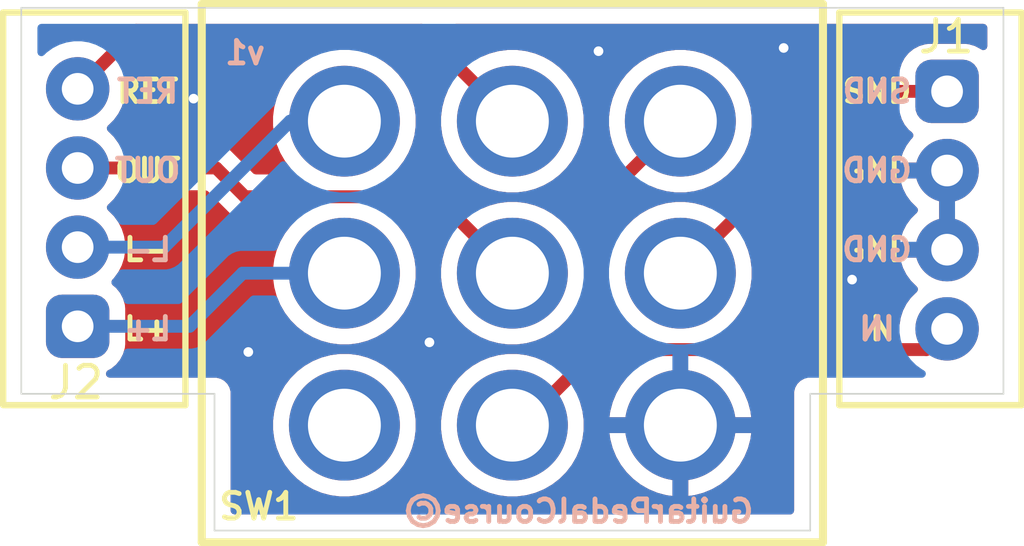
<source format=kicad_pcb>
(kicad_pcb (version 20241229) (generator "pcbnew") (generator_version "9.0")
  (layers (0 "F.Cu" signal) (2 "B.Cu" signal) (13 "F.Paste" user) (15 "B.Paste" user) (5 "F.SilkS" user "F.Silkscreen") (7 "B.SilkS" user "B.Silkscreen") (1 "F.Mask" user) (3 "B.Mask" user) (25 "Edge.Cuts" user))
  (net 0 "")
  (net 1 "GND")
  (net 3 "/OUT")
  (net 4 "/SEND")
  (net 5 "/RETURN")
  (net 6 "/LED-")
  (net 7 "/IN")
  (net 8 "/LED+")
  (footprint "Wampler:CONNECTOR_4" (layer "F.Cu") (at 11.684 -27.432 90)
    (property "Reference" "J2" (at -5.4864 -0.0508 180) (layer "F.SilkS"))
    (property "Value" "~")
    (fp_line (start -6.2 -2.35) (end 6.2 -2.35) (stroke (width 0.2)) (layer "F.SilkS"))
    (fp_line (start 6.2 3.4) (end 6.2 -2.35) (stroke (width 0.2)) (layer "F.SilkS"))
    (fp_line (start -6.2 3.4) (end -6.2 -2.3) (stroke (width 0.2)) (layer "F.SilkS"))
    (fp_line (start -6.2 3.4) (end 6.2 3.4) (stroke (width 0.2)) (layer "F.SilkS"))
    (pad "1" thru_hole roundrect (at -3.71 0 90) (size 2 2) (drill 1) (layers "*.Cu" "*.Mask") (net 8 "/LED+"))
    (pad "2" thru_hole circle (at -1.21 0 90) (size 2 2) (drill 1) (layers "*.Cu" "*.Mask") (net 6 "/LED-"))
    (pad "3" thru_hole circle (at 1.29 0 90) (size 2 2) (drill 1) (layers "*.Cu" "*.Mask") (net 3 "/OUT"))
    (pad "4" thru_hole circle (at 3.79 0 90) (size 2 2) (drill 1) (layers "*.Cu" "*.Mask") (net 5 "/RETURN"))
  )
  (footprint "Wampler:CONNECTOR_4" (layer "F.Cu") (at 39.116 -27.432 -90)
    (property "Reference" "J1" (at -5.4356 0.0254 0) (layer "F.SilkS"))
    (property "Value" "~")
    (fp_line (start -6.2 3.4) (end 6.2 3.4) (stroke (width 0.2)) (layer "F.SilkS"))
    (fp_line (start -6.2 3.4) (end -6.2 -2.3) (stroke (width 0.2)) (layer "F.SilkS"))
    (fp_line (start 6.2 3.4) (end 6.2 -2.35) (stroke (width 0.2)) (layer "F.SilkS"))
    (fp_line (start -6.2 -2.35) (end 6.2 -2.35) (stroke (width 0.2)) (layer "F.SilkS"))
    (pad "1" thru_hole roundrect (at -3.71 0 270) (size 2 2) (drill 1) (layers "*.Cu" "*.Mask") (net 4 "/SEND"))
    (pad "2" thru_hole circle (at -1.21 0 270) (size 2 2) (drill 1) (layers "*.Cu" "*.Mask") (net 1 "GND"))
    (pad "3" thru_hole circle (at 1.29 0 270) (size 2 2) (drill 1) (layers "*.Cu" "*.Mask") (net 1 "GND"))
    (pad "4" thru_hole circle (at 3.79 0 270) (size 2 2) (drill 1) (layers "*.Cu" "*.Mask") (net 7 "/IN"))
  )
  (footprint "Wampler:SW_FOOT_3PDT" (layer "F.Cu") (at 25.4 -25.4)
    (property "Reference" "SW1" (at -8.001 7.366 0) (layer "F.SilkS") (effects (font (size 0.8128 0.8128) (thickness 0.1524))))
    (property "Value" "3PDT" (hide yes))
    (fp_line (start -9.8 -8.5) (end 9.8 -8.5) (stroke (width 0.254)) (layer "F.SilkS"))
    (fp_line (start -9.8 8.5) (end -9.8 -8.5) (stroke (width 0.254)) (layer "F.SilkS"))
    (fp_line (start -9.8 8.5) (end 9.8 8.5) (stroke (width 0.254)) (layer "F.SilkS"))
    (fp_line (start 9.8 8.5) (end 9.8 -8.5) (stroke (width 0.254)) (layer "F.SilkS"))
    (pad "1" thru_hole circle (at -5.3 4.8) (size 3.5 3.5) (drill 2.3) (layers "*.Cu" "*.Mask"))
    (pad "2" thru_hole circle (at -5.3 0) (size 3.5 3.5) (drill 2.3) (layers "*.Cu" "*.Mask") (net 8 "/LED+"))
    (pad "3" thru_hole circle (at -5.3 -4.8) (size 3.5 3.5) (drill 2.3) (layers "*.Cu" "*.Mask") (net 6 "/LED-"))
    (pad "4" thru_hole circle (at 0 4.8) (size 3.5 3.5) (drill 2.3) (layers "*.Cu" "*.Mask") (net 7 "/IN"))
    (pad "5" thru_hole circle (at 0 0) (size 3.5 3.5) (drill 2.3) (layers "*.Cu" "*.Mask") (net 3 "/OUT"))
    (pad "6" thru_hole circle (at 0 -4.8) (size 3.5 3.5) (drill 2.3) (layers "*.Cu" "*.Mask") (net 5 "/RETURN"))
    (pad "7" thru_hole circle (at 5.3 4.8) (size 3.5 3.5) (drill 2.3) (layers "*.Cu" "*.Mask") (net 1 "GND"))
    (pad "8" thru_hole circle (at 5.3 0) (size 3.5 3.5) (drill 2.3) (layers "*.Cu" "*.Mask") (net 4 "/SEND"))
    (pad "9" thru_hole circle (at 5.3 -4.8) (size 3.5 3.5) (drill 2.3) (layers "*.Cu" "*.Mask") (net 7 "/IN"))
  )
  (gr_line (start 9.906 -21.59) (end 9.906 -33.782) (stroke (width 0.0508)) (layer "Edge.Cuts"))
  (gr_line (start 34.798 -17.272) (end 16.002 -17.272) (stroke (width 0.0508)) (layer "Edge.Cuts"))
  (gr_line (start 34.798 -21.59) (end 40.894 -21.59) (stroke (width 0.0508)) (layer "Edge.Cuts"))
  (gr_line (start 16.002 -21.59) (end 9.906 -21.59) (stroke (width 0.0508)) (layer "Edge.Cuts"))
  (gr_line (start 9.906 -33.782) (end 40.894 -33.782) (stroke (width 0.0508)) (layer "Edge.Cuts"))
  (gr_line (start 34.798 -17.272) (end 34.798 -21.59) (stroke (width 0.0508)) (layer "Edge.Cuts"))
  (gr_line (start 40.894 -21.59) (end 40.894 -33.782) (stroke (width 0.0508)) (layer "Edge.Cuts"))
  (gr_line (start 16.002 -17.272) (end 16.002 -21.59) (stroke (width 0.0508)) (layer "Edge.Cuts"))
  (gr_text "GND" (at 36.9062 -26.142 0) (layer "F.SilkS") (effects (font (size 0.7112 0.7112) (thickness 0.1524) (bold yes))))
  (gr_text "IN" (at 36.9062 -23.642 0) (layer "F.SilkS") (effects (font (size 0.7112 0.7112) (thickness 0.1524) (bold yes))))
  (gr_text "GND" (at 36.9062 -28.642 0) (layer "F.SilkS") (effects (font (size 0.7112 0.7112) (thickness 0.1524) (bold yes))))
  (gr_text "L+" (at 13.8938 -23.642 0) (layer "F.SilkS") (effects (font (size 0.7112 0.7112) (thickness 0.1524) (bold yes))))
  (gr_text "RET" (at 13.8938 -31.142 0) (layer "F.SilkS") (effects (font (size 0.7112 0.7112) (thickness 0.1524) (bold yes))))
  (gr_text "SND" (at 36.9062 -31.142 0) (layer "F.SilkS") (effects (font (size 0.7112 0.7112) (thickness 0.1524) (bold yes))))
  (gr_text "OUT" (at 13.8938 -28.642 0) (layer "F.SilkS") (effects (font (size 0.7112 0.7112) (thickness 0.1524) (bold yes))))
  (gr_text "L-" (at 13.8938 -26.142 0) (layer "F.SilkS") (effects (font (size 0.7112 0.7112) (thickness 0.1524) (bold yes))))
  (gr_text "GND" (at 36.903786 -28.643198 0) (layer "B.SilkS") (effects (font (size 0.7112 0.7112) (thickness 0.1524) (bold yes)) (justify mirror)))
  (gr_text "SND" (at 36.903786 -31.143198 0) (layer "B.SilkS") (effects (font (size 0.7112 0.7112) (thickness 0.1524) (bold yes)) (justify mirror)))
  (gr_text "GND" (at 36.903786 -26.143198 0) (layer "B.SilkS") (effects (font (size 0.7112 0.7112) (thickness 0.1524) (bold yes)) (justify mirror)))
  (gr_text "OUT" (at 13.891386 -28.643198 0) (layer "B.SilkS") (effects (font (size 0.7112 0.7112) (thickness 0.1524) (bold yes)) (justify mirror)))
  (gr_text "IN" (at 36.903786 -23.643198 0) (layer "B.SilkS") (effects (font (size 0.7112 0.7112) (thickness 0.1524) (bold yes)) (justify mirror)))
  (gr_text "RET" (at 13.891386 -31.143198 0) (layer "B.SilkS") (effects (font (size 0.7112 0.7112) (thickness 0.1524) (bold yes)) (justify mirror)))
  (gr_text "L-" (at 13.891386 -26.143198 0) (layer "B.SilkS") (effects (font (size 0.7112 0.7112) (thickness 0.1524) (bold yes)) (justify mirror)))
  (gr_text "L+" (at 13.891386 -23.643198 0) (layer "B.SilkS") (effects (font (size 0.7112 0.7112) (thickness 0.1524) (bold yes)) (justify mirror)))
  (gr_text "v1" (at 16.9672 -32.3596 0) (layer "B.SilkS") (effects (font (size 0.7112 0.7112) (thickness 0.1524) (bold yes)) (justify mirror)))
  (gr_text "GuitarPedalCourse©" (at 27.4828 -17.8816 0) (layer "B.SilkS") (effects (font (size 0.7112 0.7112) (thickness 0.1524) (bold yes)) (justify mirror)))
  (via (at 28.1178 -32.4104) (size 0.6096) (drill 0.3048) (layers "F.Cu" "B.Cu") (net 1))
  (via (at 36.1188 -25.1968) (size 0.6096) (drill 0.3048) (layers "F.Cu" "B.Cu") (net 1))
  (via (at 33.9598 -32.512) (size 0.6096) (drill 0.3048) (layers "F.Cu" "B.Cu") (net 1))
  (via (at 22.7838 -23.2156) (size 0.6096) (drill 0.3048) (layers "F.Cu" "B.Cu") (net 1))
  (via (at 17.0688 -22.9108) (size 0.6096) (drill 0.3048) (layers "F.Cu" "B.Cu") (net 1))
  (via (at 15.3416 -30.9118) (size 0.6096) (drill 0.3048) (layers "F.Cu" "B.Cu") (net 1))
  (segment (start 16.0555 -28.722) (end 11.684 -28.722) (width 0.4064) (layer "F.Cu") (net 3))
  (segment (start 25.4 -25.4) (end 22.987 -27.813) (width 0.4064) (layer "F.Cu") (net 3))
  (segment (start 22.987 -27.813) (end 16.9645 -27.813) (width 0.4064) (layer "F.Cu") (net 3))
  (segment (start 16.9645 -27.813) (end 16.0555 -28.722) (width 0.4064) (layer "F.Cu") (net 3))
  (segment (start 36.4252 -31.142) (end 39.116 -31.142) (width 0.4064) (layer "F.Cu") (net 4))
  (segment (start 30.7 -25.4) (end 30.7 -25.4168) (width 0.4064) (layer "F.Cu") (net 4))
  (segment (start 30.7 -25.4168) (end 36.4252 -31.142) (width 0.4064) (layer "F.Cu") (net 4))
  (segment (start 25.4 -30.2) (end 22.5302 -33.0698) (width 0.4064) (layer "F.Cu") (net 5))
  (segment (start 13.5318 -33.0698) (end 11.684 -31.222) (width 0.4064) (layer "F.Cu") (net 5))
  (segment (start 22.5302 -33.0698) (end 13.5318 -33.0698) (width 0.4064) (layer "F.Cu") (net 5))
  (segment (start 20.1 -30.2) (end 18.389 -30.2) (width 0.4064) (layer "B.Cu") (net 6))
  (segment (start 14.411 -26.222) (end 11.684 -26.222) (width 0.4064) (layer "B.Cu") (net 6))
  (segment (start 18.389 -30.2) (end 14.411 -26.222) (width 0.4064) (layer "B.Cu") (net 6))
  (segment (start 38.461 -22.987) (end 28.067 -22.987) (width 0.4064) (layer "F.Cu") (net 7))
  (segment (start 39.116 -23.642) (end 38.461 -22.987) (width 0.4064) (layer "F.Cu") (net 7))
  (segment (start 28.067 -22.987) (end 28.0426 -22.9626) (width 0.4064) (layer "F.Cu") (net 7))
  (segment (start 25.68 -20.6) (end 25.4 -20.6) (width 0.4064) (layer "F.Cu") (net 7))
  (segment (start 30.7 -30.2) (end 28.0426 -27.5426) (width 0.4064) (layer "F.Cu") (net 7))
  (segment (start 28.0426 -27.5426) (end 28.0426 -22.9626) (width 0.4064) (layer "F.Cu") (net 7))
  (segment (start 28.0426 -22.9626) (end 25.68 -20.6) (width 0.4064) (layer "F.Cu") (net 7))
  (segment (start 16.891 -25.4) (end 15.213 -23.722) (width 0.4064) (layer "B.Cu") (net 8))
  (segment (start 20.1 -25.4) (end 16.891 -25.4) (width 0.4064) (layer "B.Cu") (net 8))
  (segment (start 15.213 -23.722) (end 11.684 -23.722) (width 0.4064) (layer "B.Cu") (net 8))
  (zone (net 1) (net_name "GND") (layers "F.Cu" "B.Cu") (connect_pads (clearance 0.5)) (min_thickness 0.25) (fill yes (thermal_gap 0.5) (thermal_bridge_width 0.5))
    (polygon (pts (xy 9.906 -33.782) (xy 9.906 -21.59) (xy 16.002 -21.59) (xy 16.002 -17.272) (xy 34.798 -17.272) (xy 34.798 -21.59) (xy 40.894 -21.59) (xy 40.894 -33.782)))
  )
)
</source>
